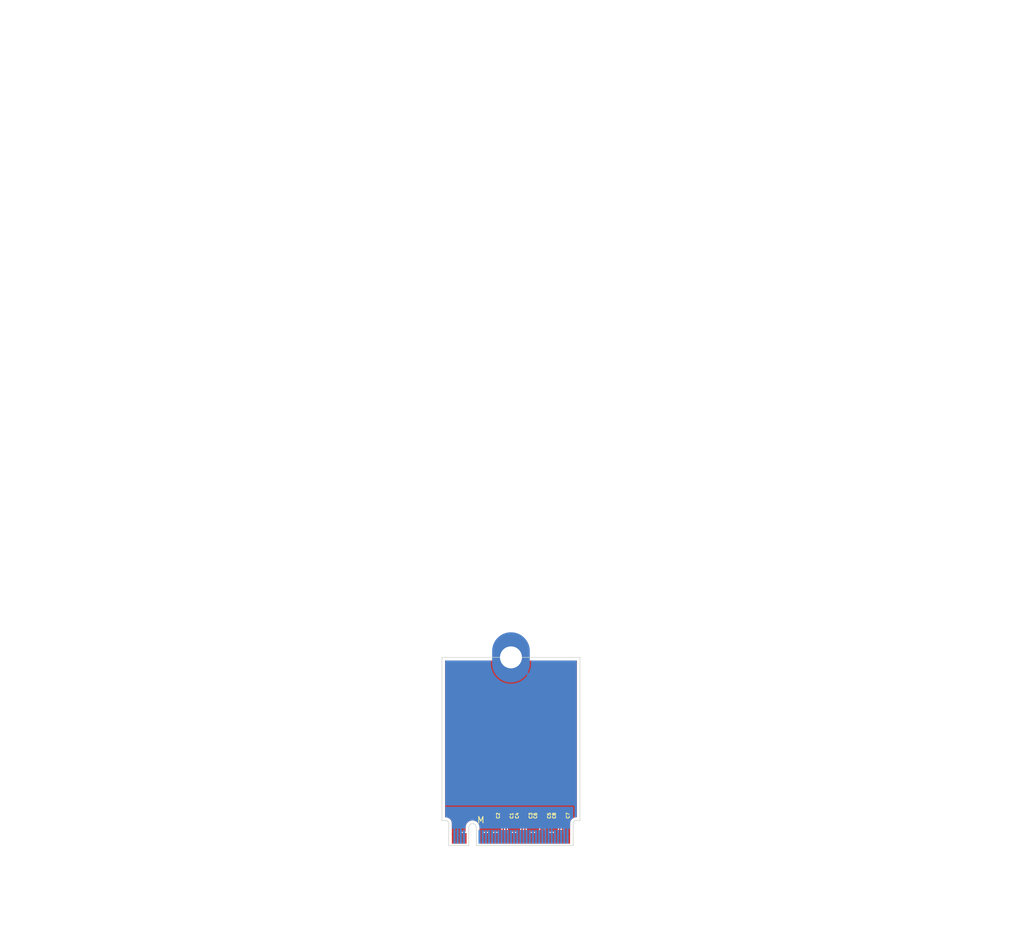
<source format=kicad_pcb>
(kicad_pcb (version 20241229) (generator "pcbnew") (generator_version "9.0")
  (layers (0 "F.Cu" signal) (2 "B.Cu" signal) (13 "F.Paste" user) (15 "B.Paste" user) (5 "F.SilkS" user "F.Silkscreen") (7 "B.SilkS" user "B.Silkscreen") (1 "F.Mask" user) (3 "B.Mask" user) (25 "Edge.Cuts" user))
  (net 0 "")
  (net 1 "/PET0-")
  (net 2 "/M.2 M Key/PET0N")
  (net 3 "/M.2 M Key/PET0P")
  (net 4 "/PET0+")
  (net 5 "/M.2 M Key/PET1N")
  (net 6 "/PET1-")
  (net 7 "/M.2 M Key/PET1P")
  (net 8 "/PET1+")
  (net 9 "/PET2-")
  (net 10 "/M.2 M Key/PET2N")
  (net 11 "/PET2+")
  (net 12 "/M.2 M Key/PET2P")
  (net 13 "/M.2 M Key/PET3N")
  (net 14 "/PET3-")
  (net 15 "/PET3+")
  (net 16 "/M.2 M Key/PET3P")
  (net 17 "GND")
  (net 19 "/PER0-")
  (net 20 "/PERST#")
  (net 22 "/CLKREQ#")
  (net 23 "/PER1-")
  (net 24 "+3.3V")
  (net 27 "/SUSCLK")
  (net 28 "/PER3-")
  (net 30 "/PER2-")
  (net 33 "/REFCLK+")
  (net 34 "/PEDET")
  (net 40 "/DEVSLP")
  (net 42 "/PER2+")
  (net 43 "/PER0+")
  (net 45 "/PER1+")
  (net 48 "/REFCLK-")
  (net 50 "/PEWAKE#")
  (net 53 "/LED1#")
  (net 54 "/PER3+")
  (footprint "Capacitor_SMD:C_0201_0603Metric" (layer "F.Cu") (at 112.64 153 90)
    (property "Reference" "C6" (at 0 -0.755 90) (layer "F.SilkS") (effects (font (size 0.5 0.5))))
    (property "Value" "220nF")
    (pad "1" smd roundrect (at -0.32 0 90) (size 0.46 0.4) (layers "F.Cu" "F.Mask") (net 12 "/M.2 M Key/PET2P"))
    (pad "2" smd roundrect (at 0.32 0 90) (size 0.46 0.4) (layers "F.Cu" "F.Mask") (net 11 "/PET2+"))
  )
  (footprint "Capacitor_SMD:C_0201_0603Metric" (layer "F.Cu") (at 109.64 153 90)
    (property "Reference" "C4" (at 0 -0.675 90) (layer "F.SilkS") (effects (font (size 0.5 0.5))))
    (property "Value" "220nF")
    (pad "1" smd roundrect (at -0.32 0 90) (size 0.46 0.4) (layers "F.Cu" "F.Mask") (net 7 "/M.2 M Key/PET1P"))
    (pad "2" smd roundrect (at 0.32 0 90) (size 0.46 0.4) (layers "F.Cu" "F.Mask") (net 8 "/PET1+"))
  )
  (footprint "Capacitor_SMD:C_0201_0603Metric" (layer "F.Cu") (at 107.34 153 90)
    (property "Reference" "C1" (at 0 0.765 90) (layer "F.SilkS") (effects (font (size 0.5 0.5))))
    (property "Value" "220nF")
    (pad "1" smd roundrect (at -0.32 0 90) (size 0.46 0.4) (layers "F.Cu" "F.Mask") (net 2 "/M.2 M Key/PET0N"))
    (pad "2" smd roundrect (at 0.32 0 90) (size 0.46 0.4) (layers "F.Cu" "F.Mask") (net 1 "/PET0-"))
  )
  (footprint "PCIexpress:M.2 Mounting Pad" (layer "F.Cu") (at 107.99 127.76)
    (property "Reference" "H1")
    (property "Value" "MountingHole_Pad")
    (pad "1" thru_hole circle (at 0 0) (size 5.5 5.5) (drill 3.5) (property pad_prop_castellated) (layers "*.Cu" "*.Mask") (net 17 "GND") (padstack (mode front_inner_back) (layer "Inner" (shape circle) (size 5.5 5.5)) (layer "B.Cu" (shape oval) (size 6 8))))
  )
  (footprint "Capacitor_SMD:C_0201_0603Metric" (layer "F.Cu") (at 115.64 153 90)
    (property "Reference" "C8" (at 0 -0.75 90) (layer "F.SilkS") (effects (font (size 0.5 0.5))))
    (property "Value" "220nF")
    (pad "1" smd roundrect (at -0.32 0 90) (size 0.46 0.4) (layers "F.Cu" "F.Mask") (net 16 "/M.2 M Key/PET3P"))
    (pad "2" smd roundrect (at 0.32 0 90) (size 0.46 0.4) (layers "F.Cu" "F.Mask") (net 15 "/PET3+"))
  )
  (footprint "Capacitor_SMD:C_0201_0603Metric" (layer "F.Cu") (at 106.64 153 90)
    (property "Reference" "C2" (at 0 -0.705 90) (layer "F.SilkS") (effects (font (size 0.5 0.5))))
    (property "Value" "220nF")
    (pad "1" smd roundrect (at -0.32 0 90) (size 0.46 0.4) (layers "F.Cu" "F.Mask") (net 3 "/M.2 M Key/PET0P"))
    (pad "2" smd roundrect (at 0.32 0 90) (size 0.46 0.4) (layers "F.Cu" "F.Mask") (net 4 "/PET0+"))
  )
  (footprint "PCIexpress:M.2 M Key Connector" (layer "F.Cu") (at 107.99 156.65)
    (property "Reference" "J1")
    (property "Value" "~")
    (fp_line (start -11 -2.89) (end -10.425 -2.89) (stroke (width 0.1)) (layer "Edge.Cuts"))
    (fp_line (start -9.925 -2.39) (end -9.925 1.11) (stroke (width 0.1)) (layer "Edge.Cuts"))
    (fp_line (start -6.725 -1.79) (end -6.725 1.11) (stroke (width 0.1)) (layer "Edge.Cuts"))
    (fp_line (start -6.725 1.11) (end -9.925 1.11) (stroke (width 0.1)) (layer "Edge.Cuts"))
    (fp_line (start -5.525 -1.79) (end -5.525 1.11) (stroke (width 0.1)) (layer "Edge.Cuts"))
    (fp_line (start -5.525 1.11) (end 9.925 1.11) (stroke (width 0.1)) (layer "Edge.Cuts"))
    (fp_line (start 9.925 -2.39) (end 9.925 1.11) (stroke (width 0.1)) (layer "Edge.Cuts"))
    (fp_line (start 10.425 -2.89) (end 11 -2.89) (stroke (width 0.1)) (layer "Edge.Cuts"))
    (fp_arc (start -10.425 -2.89) (mid -10.071447 -2.743553) (end -9.925 -2.39) (stroke (width 0.1)) (layer "Edge.Cuts"))
    (fp_arc (start -6.725 -1.79) (mid -6.125 -2.39) (end -5.525 -1.79) (stroke (width 0.1)) (layer "Edge.Cuts"))
    (fp_arc (start 9.925 -2.39) (mid 10.071447 -2.743553) (end 10.425 -2.89) (stroke (width 0.1)) (layer "Edge.Cuts"))
    (fp_text user "M" (at -5.475 -2.375 0) (layer "F.SilkS") (effects (justify left bottom)))
    (pad "1" smd rect (at 9.25 -0.04 180) (size 0.35 1.7) (layers "F.Cu") (net 17 "GND"))
    (pad "2" smd rect (at 9 -0.29 180) (size 0.35 2.2) (layers "B.Cu") (net 24 "+3.3V"))
    (pad "3" smd rect (at 8.75 -0.04 180) (size 0.35 1.7) (layers "F.Cu") (net 17 "GND"))
    (pad "4" smd rect (at 8.5 -0.29 180) (size 0.35 2.2) (layers "B.Cu") (net 24 "+3.3V"))
    (pad "5" smd rect (at 8.25 -0.04 180) (size 0.35 1.7) (layers "F.Cu") (net 13 "/M.2 M Key/PET3N"))
    (pad "6" smd rect (at 8 -0.29 180) (size 0.35 2.2) (layers "B.Cu"))
    (pad "7" smd rect (at 7.75 -0.04 180) (size 0.35 1.7) (layers "F.Cu") (net 16 "/M.2 M Key/PET3P"))
    (pad "8" smd rect (at 7.5 -0.29 180) (size 0.35 2.2) (layers "B.Cu"))
    (pad "9" smd rect (at 7.25 -0.04 180) (size 0.35 1.7) (layers "F.Cu") (net 17 "GND"))
    (pad "10" smd rect (at 7 -0.29 180) (size 0.35 2.2) (layers "B.Cu") (net 53 "/LED1#"))
    (pad "11" smd rect (at 6.75 -0.04 180) (size 0.35 1.7) (layers "F.Cu") (net 28 "/PER3-"))
    (pad "12" smd rect (at 6.5 -0.29 180) (size 0.35 2.2) (layers "B.Cu") (net 24 "+3.3V"))
    (pad "13" smd rect (at 6.25 -0.04 180) (size 0.35 1.7) (layers "F.Cu") (net 54 "/PER3+"))
    (pad "14" smd rect (at 6 -0.29 180) (size 0.35 2.2) (layers "B.Cu") (net 24 "+3.3V"))
    (pad "15" smd rect (at 5.75 -0.04 180) (size 0.35 1.7) (layers "F.Cu") (net 17 "GND"))
    (pad "16" smd rect (at 5.5 -0.29 180) (size 0.35 2.2) (layers "B.Cu") (net 24 "+3.3V"))
    (pad "17" smd rect (at 5.25 -0.04 180) (size 0.35 1.7) (layers "F.Cu") (net 10 "/M.2 M Key/PET2N"))
    (pad "18" smd rect (at 5 -0.29 180) (size 0.35 2.2) (layers "B.Cu") (net 24 "+3.3V"))
    (pad "19" smd rect (at 4.75 -0.04 180) (size 0.35 1.7) (layers "F.Cu") (net 12 "/M.2 M Key/PET2P"))
    (pad "20" smd rect (at 4.5 -0.29 180) (size 0.35 2.2) (layers "B.Cu"))
    (pad "21" smd rect (at 4.25 -0.04 180) (size 0.35 1.7) (layers "F.Cu") (net 17 "GND"))
    (pad "22" smd rect (at 4 -0.29 180) (size 0.35 2.2) (layers "B.Cu"))
    (pad "23" smd rect (at 3.75 -0.04 180) (size 0.35 1.7) (layers "F.Cu") (net 30 "/PER2-"))
    (pad "24" smd rect (at 3.5 -0.29 180) (size 0.35 2.2) (layers "B.Cu"))
    (pad "25" smd rect (at 3.25 -0.04 180) (size 0.35 1.7) (layers "F.Cu") (net 42 "/PER2+"))
    (pad "26" smd rect (at 3 -0.29 180) (size 0.35 2.2) (layers "B.Cu"))
    (pad "27" smd rect (at 2.75 -0.04 180) (size 0.35 1.7) (layers "F.Cu") (net 17 "GND"))
    (pad "28" smd rect (at 2.5 -0.29 180) (size 0.35 2.2) (layers "B.Cu"))
    (pad "29" smd rect (at 2.25 -0.04 180) (size 0.35 1.7) (layers "F.Cu") (net 5 "/M.2 M Key/PET1N"))
    (pad "30" smd rect (at 2 -0.29 180) (size 0.35 2.2) (layers "B.Cu"))
    (pad "31" smd rect (at 1.75 -0.04 180) (size 0.35 1.7) (layers "F.Cu") (net 7 "/M.2 M Key/PET1P"))
    (pad "32" smd rect (at 1.5 -0.29 180) (size 0.35 2.2) (layers "B.Cu"))
    (pad "33" smd rect (at 1.25 -0.04 180) (size 0.35 1.7) (layers "F.Cu") (net 17 "GND"))
    (pad "34" smd rect (at 1 -0.29 180) (size 0.35 2.2) (layers "B.Cu"))
    (pad "35" smd rect (at 0.75 -0.04 180) (size 0.35 1.7) (layers "F.Cu") (net 23 "/PER1-"))
    (pad "36" smd rect (at 0.5 -0.29 180) (size 0.35 2.2) (layers "B.Cu"))
    (pad "37" smd rect (at 0.25 -0.04 180) (size 0.35 1.7) (layers "F.Cu") (net 45 "/PER1+"))
    (pad "38" smd rect (at 0 -0.29 180) (size 0.35 2.2) (layers "B.Cu") (net 40 "/DEVSLP"))
    (pad "39" smd rect (at -0.25 -0.04 180) (size 0.35 1.7) (layers "F.Cu") (net 17 "GND"))
    (pad "40" smd rect (at -0.5 -0.29 180) (size 0.35 2.2) (layers "B.Cu"))
    (pad "41" smd rect (at -0.75 -0.04 180) (size 0.35 1.7) (layers "F.Cu") (net 2 "/M.2 M Key/PET0N"))
    (pad "42" smd rect (at -1 -0.29 180) (size 0.35 2.2) (layers "B.Cu"))
    (pad "43" smd rect (at -1.25 -0.04 180) (size 0.35 1.7) (layers "F.Cu") (net 3 "/M.2 M Key/PET0P"))
    (pad "44" smd rect (at -1.5 -0.29 180) (size 0.35 2.2) (layers "B.Cu"))
    (pad "45" smd rect (at -1.75 -0.04 180) (size 0.35 1.7) (layers "F.Cu") (net 17 "GND"))
    (pad "46" smd rect (at -2 -0.29 180) (size 0.35 2.2) (layers "B.Cu"))
    (pad "47" smd rect (at -2.25 -0.04 180) (size 0.35 1.7) (layers "F.Cu") (net 19 "/PER0-"))
    (pad "48" smd rect (at -2.5 -0.29 180) (size 0.35 2.2) (layers "B.Cu"))
    (pad "49" smd rect (at -2.75 -0.04 180) (size 0.35 1.7) (layers "F.Cu") (net 43 "/PER0+"))
    (pad "50" smd rect (at -3 -0.29 180) (size 0.35 2.2) (layers "B.Cu") (net 20 "/PERST#"))
    (pad "51" smd rect (at -3.25 -0.04 180) (size 0.35 1.7) (layers "F.Cu") (net 17 "GND"))
    (pad "52" smd rect (at -3.5 -0.29 180) (size 0.35 2.2) (layers "B.Cu") (net 22 "/CLKREQ#"))
    (pad "53" smd rect (at -3.75 -0.04 180) (size 0.35 1.7) (layers "F.Cu") (net 48 "/REFCLK-"))
    (pad "54" smd rect (at -4 -0.29 180) (size 0.35 2.2) (layers "B.Cu") (net 50 "/PEWAKE#"))
    (pad "55" smd rect (at -4.25 -0.04 180) (size 0.35 1.7) (layers "F.Cu") (net 33 "/REFCLK+"))
    (pad "56" smd rect (at -4.5 -0.29 180) (size 0.35 2.2) (layers "B.Cu"))
    (pad "57" smd rect (at -4.75 -0.04 180) (size 0.35 1.7) (layers "F.Cu") (net 17 "GND"))
    (pad "58" smd rect (at -5 -0.29 180) (size 0.35 2.2) (layers "B.Cu"))
    (pad "67" smd rect (at -7.25 -0.04 180) (size 0.35 1.7) (layers "F.Cu"))
    (pad "68" smd rect (at -7.5 -0.29 180) (size 0.35 2.2) (layers "B.Cu") (net 27 "/SUSCLK"))
    (pad "69" smd rect (at -7.75 -0.04 180) (size 0.35 1.7) (layers "F.Cu") (net 34 "/PEDET"))
    (pad "70" smd rect (at -8 -0.29 180) (size 0.35 2.2) (layers "B.Cu") (net 24 "+3.3V"))
    (pad "71" smd rect (at -8.25 -0.04 180) (size 0.35 1.7) (layers "F.Cu") (net 17 "GND"))
    (pad "72" smd rect (at -8.5 -0.29 180) (size 0.35 2.2) (layers "B.Cu") (net 24 "+3.3V"))
    (pad "73" smd rect (at -8.75 -0.04 180) (size 0.35 1.7) (layers "F.Cu") (net 17 "GND"))
    (pad "74" smd rect (at -9 -0.29 180) (size 0.35 2.2) (layers "B.Cu") (net 24 "+3.3V"))
    (pad "75" smd rect (at -9.25 -0.04 180) (size 0.35 1.7) (layers "F.Cu") (net 17 "GND"))
  )
  (footprint "Capacitor_SMD:C_0201_0603Metric" (layer "F.Cu") (at 113.34 153 90)
    (property "Reference" "C5" (at 0 0.74 90) (layer "F.SilkS") (effects (font (size 0.5 0.5))))
    (property "Value" "220nF")
    (pad "1" smd roundrect (at -0.32 0 90) (size 0.46 0.4) (layers "F.Cu" "F.Mask") (net 10 "/M.2 M Key/PET2N"))
    (pad "2" smd roundrect (at 0.32 0 90) (size 0.46 0.4) (layers "F.Cu" "F.Mask") (net 9 "/PET2-"))
  )
  (footprint "Capacitor_SMD:C_0201_0603Metric" (layer "F.Cu") (at 116.34 153 90)
    (property "Reference" "C7" (at 0.005 0.735 90) (layer "F.SilkS") (effects (font (size 0.5 0.5))))
    (property "Value" "220nF")
    (pad "1" smd roundrect (at -0.32 0 90) (size 0.46 0.4) (layers "F.Cu" "F.Mask") (net 13 "/M.2 M Key/PET3N"))
    (pad "2" smd roundrect (at 0.32 0 90) (size 0.46 0.4) (layers "F.Cu" "F.Mask") (net 14 "/PET3-"))
  )
  (footprint "Capacitor_SMD:C_0201_0603Metric" (layer "F.Cu") (at 110.34 153 90)
    (property "Reference" "C3" (at 0 0.795 90) (layer "F.SilkS") (effects (font (size 0.5 0.5))))
    (property "Value" "220nF")
    (pad "1" smd roundrect (at -0.32 0 90) (size 0.46 0.4) (layers "F.Cu" "F.Mask") (net 5 "/M.2 M Key/PET1N"))
    (pad "2" smd roundrect (at 0.32 0 90) (size 0.46 0.4) (layers "F.Cu" "F.Mask") (net 6 "/PET1-"))
  )
  (gr_line (start 118.99 153.76) (end 118.99 127.76) (stroke (width 0.1)) (layer "Edge.Cuts"))
  (gr_line (start 96.99 127.76) (end 96.99 153.76) (stroke (width 0.1)) (layer "Edge.Cuts"))
  (gr_line (start 118.99 127.76) (end 96.99 127.76) (stroke (width 0.1)) (layer "Edge.Cuts"))
  (segment (start 107.215 155.309999) (end 107.215 153.790001) (width 0.2) (layer "F.Cu") (net 2))
  (segment (start 107.24 155.334999) (end 107.215 155.309999) (width 0.2) (layer "F.Cu") (net 2))
  (segment (start 107.215 153.790001) (end 107.34 153.665001) (width 0.2) (layer "F.Cu") (net 2))
  (segment (start 107.34 153.665001) (end 107.34 153.32) (width 0.2) (layer "F.Cu") (net 2))
  (segment (start 107.24 156.61) (end 107.24 155.334999) (width 0.2) (layer "F.Cu") (net 2))
  (segment (start 106.765 155.309999) (end 106.765 153.790001) (width 0.2) (layer "F.Cu") (net 3))
  (segment (start 106.74 156.61) (end 106.74 155.334999) (width 0.2) (layer "F.Cu") (net 3))
  (segment (start 106.64 153.665001) (end 106.64 153.32) (width 0.2) (layer "F.Cu") (net 3))
  (segment (start 106.765 153.790001) (end 106.64 153.665001) (width 0.2) (layer "F.Cu") (net 3))
  (segment (start 106.74 155.334999) (end 106.765 155.309999) (width 0.2) (layer "F.Cu") (net 3))
  (segment (start 110.34 153.665001) (end 110.34 153.32) (width 0.2) (layer "F.Cu") (net 5))
  (segment (start 110.24 156.61) (end 110.24 155.334999) (width 0.2) (layer "F.Cu") (net 5))
  (segment (start 110.215 155.309999) (end 110.215 153.790001) (width 0.2) (layer "F.Cu") (net 5))
  (segment (start 110.215 153.790001) (end 110.34 153.665001) (width 0.2) (layer "F.Cu") (net 5))
  (segment (start 110.24 155.334999) (end 110.215 155.309999) (width 0.2) (layer "F.Cu") (net 5))
  (segment (start 109.765 153.790001) (end 109.64 153.665001) (width 0.2) (layer "F.Cu") (net 7))
  (segment (start 109.74 156.61) (end 109.74 155.334999) (width 0.2) (layer "F.Cu") (net 7))
  (segment (start 109.64 153.665001) (end 109.64 153.32) (width 0.2) (layer "F.Cu") (net 7))
  (segment (start 109.765 155.309999) (end 109.765 153.790001) (width 0.2) (layer "F.Cu") (net 7))
  (segment (start 109.74 155.334999) (end 109.765 155.309999) (width 0.2) (layer "F.Cu") (net 7))
  (segment (start 113.24 156.61) (end 113.24 155.334999) (width 0.2) (layer "F.Cu") (net 10))
  (segment (start 113.34 153.665001) (end 113.34 153.32) (width 0.2) (layer "F.Cu") (net 10))
  (segment (start 113.215 155.309999) (end 113.215 153.790001) (width 0.2) (layer "F.Cu") (net 10))
  (segment (start 113.24 155.334999) (end 113.215 155.309999) (width 0.2) (layer "F.Cu") (net 10))
  (segment (start 113.215 153.790001) (end 113.34 153.665001) (width 0.2) (layer "F.Cu") (net 10))
  (segment (start 112.765 153.790001) (end 112.64 153.665001) (width 0.2) (layer "F.Cu") (net 12))
  (segment (start 112.765 155.309999) (end 112.765 153.790001) (width 0.2) (layer "F.Cu") (net 12))
  (segment (start 112.74 155.334999) (end 112.765 155.309999) (width 0.2) (layer "F.Cu") (net 12))
  (segment (start 112.64 153.665001) (end 112.64 153.32) (width 0.2) (layer "F.Cu") (net 12))
  (segment (start 112.74 156.61) (end 112.74 155.334999) (width 0.2) (layer "F.Cu") (net 12))
  (segment (start 116.34 153.665001) (end 116.34 153.32) (width 0.2) (layer "F.Cu") (net 13))
  (segment (start 116.215 155.309999) (end 116.215 153.790001) (width 0.2) (layer "F.Cu") (net 13))
  (segment (start 116.215 153.790001) (end 116.34 153.665001) (width 0.2) (layer "F.Cu") (net 13))
  (segment (start 116.24 155.334999) (end 116.215 155.309999) (width 0.2) (layer "F.Cu") (net 13))
  (segment (start 116.24 156.61) (end 116.24 155.334999) (width 0.2) (layer "F.Cu") (net 13))
  (segment (start 115.74 155.334999) (end 115.765 155.309999) (width 0.2) (layer "F.Cu") (net 16))
  (segment (start 115.765 153.790001) (end 115.64 153.665001) (width 0.2) (layer "F.Cu") (net 16))
  (segment (start 115.64 153.665001) (end 115.64 153.32) (width 0.2) (layer "F.Cu") (net 16))
  (segment (start 115.765 155.309999) (end 115.765 153.790001) (width 0.2) (layer "F.Cu") (net 16))
  (segment (start 115.74 156.61) (end 115.74 155.334999) (width 0.2) (layer "F.Cu") (net 16))
  (zone (net 17) (net_name "GND") (layers "F.Cu" "B.Cu") (connect_pads (clearance 0.2)) (min_thickness 0.15) (fill yes (thermal_gap 0.2) (thermal_bridge_width 0.35))
    (polygon (pts (xy 92.99 156.17) (xy 92.99 127.76) (xy 122.99 127.76) (xy 122.99 156.09)))
  )
  (zone (net 24) (net_name "+3.3V") (layer "B.Cu") (priority 1) (connect_pads (clearance 0.2)) (min_thickness 0.1) (fill yes (thermal_gap 0.2) (thermal_bridge_width 0.25))
    (polygon (pts (xy 117.915 155.955) (xy 117.915 151.59) (xy 117.9 151.575) (xy 97.445 151.575) (xy 97.445 156.205) (xy 117.665 156.205)))
  )
)
</source>
